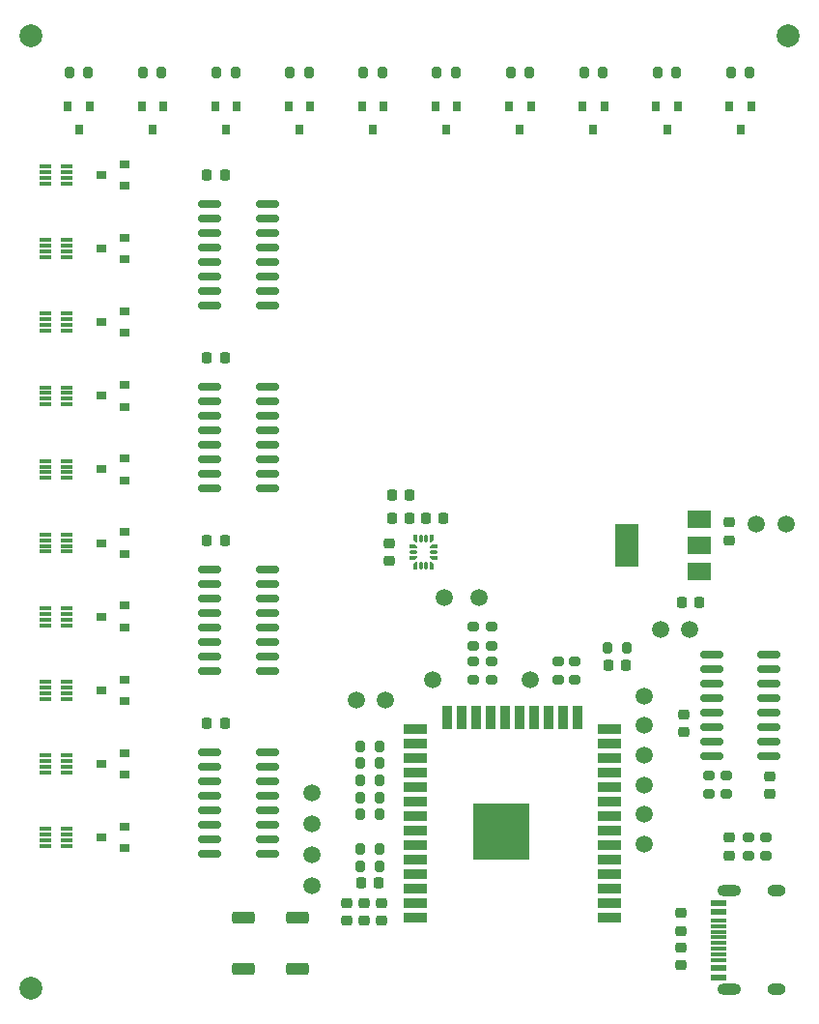
<source format=gbs>
G04 #@! TF.GenerationSoftware,KiCad,Pcbnew,(5.99.0-10847-g28909c1a72)*
G04 #@! TF.CreationDate,2021-06-06T12:58:15+02:00*
G04 #@! TF.ProjectId,LED_array,4c45445f-6172-4726-9179-2e6b69636164,1*
G04 #@! TF.SameCoordinates,Original*
G04 #@! TF.FileFunction,Soldermask,Bot*
G04 #@! TF.FilePolarity,Negative*
%FSLAX46Y46*%
G04 Gerber Fmt 4.6, Leading zero omitted, Abs format (unit mm)*
G04 Created by KiCad (PCBNEW (5.99.0-10847-g28909c1a72)) date 2021-06-06 12:58:15*
%MOMM*%
%LPD*%
G01*
G04 APERTURE LIST*
G04 Aperture macros list*
%AMRoundRect*
0 Rectangle with rounded corners*
0 $1 Rounding radius*
0 $2 $3 $4 $5 $6 $7 $8 $9 X,Y pos of 4 corners*
0 Add a 4 corners polygon primitive as box body*
4,1,4,$2,$3,$4,$5,$6,$7,$8,$9,$2,$3,0*
0 Add four circle primitives for the rounded corners*
1,1,$1+$1,$2,$3*
1,1,$1+$1,$4,$5*
1,1,$1+$1,$6,$7*
1,1,$1+$1,$8,$9*
0 Add four rect primitives between the rounded corners*
20,1,$1+$1,$2,$3,$4,$5,0*
20,1,$1+$1,$4,$5,$6,$7,0*
20,1,$1+$1,$6,$7,$8,$9,0*
20,1,$1+$1,$8,$9,$2,$3,0*%
%AMFreePoly0*
4,1,48,0.247242,0.198282,0.250524,0.198861,0.253410,0.197195,0.263152,0.195477,0.278079,0.182951,0.294953,0.173209,0.297267,0.166850,0.302452,0.162500,0.305836,0.143309,0.312500,0.125000,0.312500,0.081066,0.311691,0.076480,0.312214,0.074529,0.310820,0.071540,0.307977,0.055414,0.297452,0.042871,0.290533,0.028033,0.084467,-0.178033,0.080653,-0.180703,0.079643,-0.182453,
0.076543,-0.183581,0.063130,-0.192973,0.046819,-0.194400,0.031434,-0.200000,-0.237500,-0.200000,-0.247242,-0.198282,-0.250524,-0.198861,-0.253410,-0.197195,-0.263152,-0.195477,-0.278079,-0.182951,-0.294953,-0.173209,-0.297267,-0.166850,-0.302452,-0.162500,-0.305836,-0.143309,-0.312500,-0.125000,-0.312500,0.125000,-0.310782,0.134742,-0.311361,0.138024,-0.309695,0.140910,-0.307977,0.150652,
-0.295451,0.165579,-0.285709,0.182453,-0.279350,0.184767,-0.275000,0.189952,-0.255809,0.193336,-0.237500,0.200000,0.237500,0.200000,0.247242,0.198282,0.247242,0.198282,$1*%
%AMFreePoly1*
4,1,48,0.036020,0.199191,0.037970,0.199714,0.040958,0.198321,0.057086,0.195477,0.069630,0.184951,0.084467,0.178033,0.290533,-0.028033,0.293203,-0.031847,0.294953,-0.032857,0.296081,-0.035957,0.305473,-0.049370,0.306900,-0.065680,0.312500,-0.081066,0.312500,-0.125000,0.310782,-0.134742,0.311361,-0.138024,0.309695,-0.140910,0.307977,-0.150652,0.295451,-0.165579,0.285709,-0.182453,
0.279350,-0.184767,0.275000,-0.189952,0.255809,-0.193336,0.237500,-0.200000,-0.237500,-0.200000,-0.247242,-0.198282,-0.250524,-0.198861,-0.253410,-0.197195,-0.263152,-0.195477,-0.278079,-0.182951,-0.294953,-0.173209,-0.297267,-0.166850,-0.302452,-0.162500,-0.305836,-0.143309,-0.312500,-0.125000,-0.312500,0.125000,-0.310782,0.134742,-0.311361,0.138024,-0.309695,0.140910,-0.307977,0.150652,
-0.295451,0.165579,-0.285709,0.182453,-0.279350,0.184767,-0.275000,0.189952,-0.255809,0.193336,-0.237500,0.200000,0.031434,0.200000,0.036020,0.199191,0.036020,0.199191,$1*%
%AMFreePoly2*
4,1,48,0.134742,0.310782,0.138024,0.311361,0.140910,0.309695,0.150652,0.307977,0.165579,0.295451,0.182453,0.285709,0.184767,0.279350,0.189952,0.275000,0.193336,0.255809,0.200000,0.237500,0.200000,-0.237500,0.198282,-0.247242,0.198861,-0.250524,0.197195,-0.253410,0.195477,-0.263152,0.182951,-0.278079,0.173209,-0.294953,0.166850,-0.297267,0.162500,-0.302452,0.143309,-0.305836,
0.125000,-0.312500,0.081066,-0.312500,0.076480,-0.311691,0.074529,-0.312214,0.071540,-0.310820,0.055414,-0.307977,0.042871,-0.297452,0.028033,-0.290533,-0.178033,-0.084467,-0.180703,-0.080653,-0.182453,-0.079643,-0.183581,-0.076543,-0.192973,-0.063130,-0.194400,-0.046819,-0.200000,-0.031434,-0.200000,0.237500,-0.198282,0.247242,-0.198861,0.250524,-0.197195,0.253410,-0.195477,0.263152,
-0.182951,0.278079,-0.173209,0.294953,-0.166850,0.297267,-0.162500,0.302452,-0.143309,0.305836,-0.125000,0.312500,0.125000,0.312500,0.134742,0.310782,0.134742,0.310782,$1*%
%AMFreePoly3*
4,1,48,0.134742,0.310782,0.138024,0.311361,0.140910,0.309695,0.150652,0.307977,0.165579,0.295451,0.182453,0.285709,0.184767,0.279350,0.189952,0.275000,0.193336,0.255809,0.200000,0.237500,0.200000,-0.031434,0.199191,-0.036020,0.199714,-0.037971,0.198320,-0.040960,0.195477,-0.057086,0.184952,-0.069629,0.178033,-0.084467,-0.028033,-0.290533,-0.031847,-0.293203,-0.032857,-0.294953,
-0.035957,-0.296081,-0.049370,-0.305473,-0.065681,-0.306900,-0.081066,-0.312500,-0.125000,-0.312500,-0.134742,-0.310782,-0.138024,-0.311361,-0.140910,-0.309695,-0.150652,-0.307977,-0.165579,-0.295451,-0.182453,-0.285709,-0.184767,-0.279350,-0.189952,-0.275000,-0.193336,-0.255809,-0.200000,-0.237500,-0.200000,0.237500,-0.198282,0.247242,-0.198861,0.250524,-0.197195,0.253410,-0.195477,0.263152,
-0.182951,0.278079,-0.173209,0.294953,-0.166850,0.297267,-0.162500,0.302452,-0.143309,0.305836,-0.125000,0.312500,0.125000,0.312500,0.134742,0.310782,0.134742,0.310782,$1*%
%AMFreePoly4*
4,1,48,0.247242,0.198282,0.250524,0.198861,0.253410,0.197195,0.263152,0.195477,0.278079,0.182951,0.294953,0.173209,0.297267,0.166850,0.302452,0.162500,0.305836,0.143309,0.312500,0.125000,0.312500,-0.125000,0.310782,-0.134742,0.311361,-0.138024,0.309695,-0.140910,0.307977,-0.150652,0.295451,-0.165579,0.285709,-0.182453,0.279350,-0.184767,0.275000,-0.189952,0.255809,-0.193336,
0.237500,-0.200000,-0.237500,-0.200000,-0.247242,-0.198282,-0.250524,-0.198861,-0.253410,-0.197195,-0.263152,-0.195477,-0.278079,-0.182951,-0.294953,-0.173209,-0.297267,-0.166850,-0.302452,-0.162500,-0.305836,-0.143309,-0.312500,-0.125000,-0.312500,-0.081066,-0.311691,-0.076480,-0.312214,-0.074530,-0.310821,-0.071542,-0.307977,-0.055414,-0.297451,-0.042870,-0.290533,-0.028033,-0.084467,0.178033,
-0.080653,0.180703,-0.079643,0.182453,-0.076543,0.183581,-0.063130,0.192973,-0.046820,0.194400,-0.031434,0.200000,0.237500,0.200000,0.247242,0.198282,0.247242,0.198282,$1*%
%AMFreePoly5*
4,1,48,0.247242,0.198282,0.250524,0.198861,0.253410,0.197195,0.263152,0.195477,0.278079,0.182951,0.294953,0.173209,0.297267,0.166850,0.302452,0.162500,0.305836,0.143309,0.312500,0.125000,0.312500,-0.125000,0.310782,-0.134742,0.311361,-0.138024,0.309695,-0.140910,0.307977,-0.150652,0.295451,-0.165579,0.285709,-0.182453,0.279350,-0.184767,0.275000,-0.189952,0.255809,-0.193336,
0.237500,-0.200000,-0.031434,-0.200000,-0.036020,-0.199191,-0.037971,-0.199714,-0.040960,-0.198320,-0.057086,-0.195477,-0.069629,-0.184952,-0.084467,-0.178033,-0.290533,0.028033,-0.293203,0.031847,-0.294953,0.032857,-0.296081,0.035957,-0.305473,0.049370,-0.306900,0.065681,-0.312500,0.081066,-0.312500,0.125000,-0.310782,0.134742,-0.311361,0.138024,-0.309695,0.140910,-0.307977,0.150652,
-0.295451,0.165579,-0.285709,0.182453,-0.279350,0.184767,-0.275000,0.189952,-0.255809,0.193336,-0.237500,0.200000,0.237500,0.200000,0.247242,0.198282,0.247242,0.198282,$1*%
%AMFreePoly6*
4,1,48,-0.076480,0.311691,-0.074530,0.312214,-0.071542,0.310821,-0.055414,0.307977,-0.042870,0.297451,-0.028033,0.290533,0.178033,0.084467,0.180703,0.080653,0.182453,0.079643,0.183581,0.076543,0.192973,0.063130,0.194400,0.046820,0.200000,0.031434,0.200000,-0.237500,0.198282,-0.247242,0.198861,-0.250524,0.197195,-0.253410,0.195477,-0.263152,0.182951,-0.278079,0.173209,-0.294953,
0.166850,-0.297267,0.162500,-0.302452,0.143309,-0.305836,0.125000,-0.312500,-0.125000,-0.312500,-0.134742,-0.310782,-0.138024,-0.311361,-0.140910,-0.309695,-0.150652,-0.307977,-0.165579,-0.295451,-0.182453,-0.285709,-0.184767,-0.279350,-0.189952,-0.275000,-0.193336,-0.255809,-0.200000,-0.237500,-0.200000,0.237500,-0.198282,0.247242,-0.198861,0.250524,-0.197195,0.253410,-0.195477,0.263152,
-0.182951,0.278079,-0.173209,0.294953,-0.166850,0.297267,-0.162500,0.302452,-0.143309,0.305836,-0.125000,0.312500,-0.081066,0.312500,-0.076480,0.311691,-0.076480,0.311691,$1*%
%AMFreePoly7*
4,1,48,0.134742,0.310782,0.138024,0.311361,0.140910,0.309695,0.150652,0.307977,0.165579,0.295451,0.182453,0.285709,0.184767,0.279350,0.189952,0.275000,0.193336,0.255809,0.200000,0.237500,0.200000,-0.237500,0.198282,-0.247242,0.198861,-0.250524,0.197195,-0.253410,0.195477,-0.263152,0.182951,-0.278079,0.173209,-0.294953,0.166850,-0.297267,0.162500,-0.302452,0.143309,-0.305836,
0.125000,-0.312500,-0.125000,-0.312500,-0.134742,-0.310782,-0.138024,-0.311361,-0.140910,-0.309695,-0.150652,-0.307977,-0.165579,-0.295451,-0.182453,-0.285709,-0.184767,-0.279350,-0.189952,-0.275000,-0.193336,-0.255809,-0.200000,-0.237500,-0.200000,0.031434,-0.199191,0.036020,-0.199714,0.037970,-0.198321,0.040958,-0.195477,0.057086,-0.184951,0.069630,-0.178033,0.084467,0.028033,0.290533,
0.031847,0.293203,0.032857,0.294953,0.035957,0.296081,0.049370,0.305473,0.065680,0.306900,0.081066,0.312500,0.125000,0.312500,0.134742,0.310782,0.134742,0.310782,$1*%
G04 Aperture macros list end*
%ADD10C,1.500000*%
%ADD11RoundRect,0.200000X0.200000X0.275000X-0.200000X0.275000X-0.200000X-0.275000X0.200000X-0.275000X0*%
%ADD12RoundRect,0.200000X0.275000X-0.200000X0.275000X0.200000X-0.275000X0.200000X-0.275000X-0.200000X0*%
%ADD13R,1.000000X0.300000*%
%ADD14RoundRect,0.225000X0.225000X0.250000X-0.225000X0.250000X-0.225000X-0.250000X0.225000X-0.250000X0*%
%ADD15RoundRect,0.150000X0.850000X0.150000X-0.850000X0.150000X-0.850000X-0.150000X0.850000X-0.150000X0*%
%ADD16FreePoly0,90.000000*%
%ADD17RoundRect,0.100000X0.100000X-0.212500X0.100000X0.212500X-0.100000X0.212500X-0.100000X-0.212500X0*%
%ADD18FreePoly1,90.000000*%
%ADD19FreePoly2,90.000000*%
%ADD20RoundRect,0.100000X0.212500X-0.100000X0.212500X0.100000X-0.212500X0.100000X-0.212500X-0.100000X0*%
%ADD21FreePoly3,90.000000*%
%ADD22FreePoly4,90.000000*%
%ADD23FreePoly5,90.000000*%
%ADD24FreePoly6,90.000000*%
%ADD25FreePoly7,90.000000*%
%ADD26RoundRect,0.200000X-0.275000X0.200000X-0.275000X-0.200000X0.275000X-0.200000X0.275000X0.200000X0*%
%ADD27R,0.900000X0.800000*%
%ADD28RoundRect,0.225000X-0.250000X0.225000X-0.250000X-0.225000X0.250000X-0.225000X0.250000X0.225000X0*%
%ADD29RoundRect,0.225000X0.250000X-0.225000X0.250000X0.225000X-0.250000X0.225000X-0.250000X-0.225000X0*%
%ADD30RoundRect,0.225000X-0.225000X-0.250000X0.225000X-0.250000X0.225000X0.250000X-0.225000X0.250000X0*%
%ADD31R,0.800000X0.900000*%
%ADD32RoundRect,0.218750X0.256250X-0.218750X0.256250X0.218750X-0.256250X0.218750X-0.256250X-0.218750X0*%
%ADD33RoundRect,0.262500X0.737500X-0.262500X0.737500X0.262500X-0.737500X0.262500X-0.737500X-0.262500X0*%
%ADD34RoundRect,0.150000X-0.825000X-0.150000X0.825000X-0.150000X0.825000X0.150000X-0.825000X0.150000X0*%
%ADD35C,2.000000*%
%ADD36RoundRect,0.200000X-0.200000X-0.275000X0.200000X-0.275000X0.200000X0.275000X-0.200000X0.275000X0*%
%ADD37R,1.450000X0.600000*%
%ADD38R,1.450000X0.300000*%
%ADD39O,1.600000X1.000000*%
%ADD40O,2.100000X1.000000*%
%ADD41R,2.000000X3.800000*%
%ADD42R,2.000000X1.500000*%
%ADD43R,5.000000X5.000000*%
%ADD44R,2.000000X0.900000*%
%ADD45R,0.900000X2.000000*%
G04 APERTURE END LIST*
D10*
X155600000Y-114600000D03*
D11*
X113269444Y-47000000D03*
X111619444Y-47000000D03*
D12*
X149500000Y-100225000D03*
X149500000Y-98575000D03*
D10*
X155600000Y-101600000D03*
X155600000Y-112000000D03*
D13*
X104900000Y-68138888D03*
X104900000Y-68638888D03*
X104900000Y-69138888D03*
X104900000Y-69638888D03*
X103100000Y-69638888D03*
X103100000Y-69138888D03*
X103100000Y-68638888D03*
X103100000Y-68138888D03*
D14*
X134987500Y-84037500D03*
X133437500Y-84037500D03*
D11*
X119713888Y-47000000D03*
X118063888Y-47000000D03*
D12*
X140600000Y-100200000D03*
X140600000Y-98550000D03*
D15*
X122500000Y-106555000D03*
X122500000Y-107825000D03*
X122500000Y-109095000D03*
X122500000Y-110365000D03*
X122500000Y-111635000D03*
X122500000Y-112905000D03*
X122500000Y-114175000D03*
X122500000Y-115445000D03*
X117500000Y-115445000D03*
X117500000Y-114175000D03*
X117500000Y-112905000D03*
X117500000Y-111635000D03*
X117500000Y-110365000D03*
X117500000Y-109095000D03*
X117500000Y-107825000D03*
X117500000Y-106555000D03*
D16*
X136962500Y-90200000D03*
D17*
X136462500Y-90200000D03*
X135962500Y-90200000D03*
D18*
X135462500Y-90200000D03*
D19*
X135300000Y-89537500D03*
D20*
X135300000Y-89037500D03*
D21*
X135300000Y-88537500D03*
D22*
X135462500Y-87875000D03*
D17*
X135962500Y-87875000D03*
X136462500Y-87875000D03*
D23*
X136962500Y-87875000D03*
D24*
X137125000Y-88537500D03*
D20*
X137125000Y-89037500D03*
D25*
X137125000Y-89537500D03*
D13*
X104900000Y-113250000D03*
X104900000Y-113750000D03*
X104900000Y-114250000D03*
X104900000Y-114750000D03*
X103100000Y-114750000D03*
X103100000Y-114250000D03*
X103100000Y-113750000D03*
X103100000Y-113250000D03*
D26*
X162800000Y-108575000D03*
X162800000Y-110225000D03*
D10*
X165400000Y-86600000D03*
D14*
X160375000Y-93400000D03*
X158825000Y-93400000D03*
D11*
X132602776Y-47000000D03*
X130952776Y-47000000D03*
D27*
X110000000Y-55050000D03*
X110000000Y-56950000D03*
X108000000Y-56000000D03*
D28*
X131000000Y-119725000D03*
X131000000Y-121275000D03*
D29*
X163000000Y-87975000D03*
X163000000Y-86425000D03*
D30*
X152425000Y-98900000D03*
X153975000Y-98900000D03*
D11*
X139047220Y-47000000D03*
X137397220Y-47000000D03*
D31*
X143716664Y-50000000D03*
X145616664Y-50000000D03*
X144666664Y-52000000D03*
D13*
X104900000Y-55250000D03*
X104900000Y-55750000D03*
X104900000Y-56250000D03*
X104900000Y-56750000D03*
X103100000Y-56750000D03*
X103100000Y-56250000D03*
X103100000Y-55750000D03*
X103100000Y-55250000D03*
D30*
X136437500Y-86037500D03*
X137987500Y-86037500D03*
D15*
X122500000Y-58555000D03*
X122500000Y-59825000D03*
X122500000Y-61095000D03*
X122500000Y-62365000D03*
X122500000Y-63635000D03*
X122500000Y-64905000D03*
X122500000Y-66175000D03*
X122500000Y-67445000D03*
X117500000Y-67445000D03*
X117500000Y-66175000D03*
X117500000Y-64905000D03*
X117500000Y-63635000D03*
X117500000Y-62365000D03*
X117500000Y-61095000D03*
X117500000Y-59825000D03*
X117500000Y-58555000D03*
D12*
X166200000Y-115625000D03*
X166200000Y-113975000D03*
D27*
X110000000Y-61494444D03*
X110000000Y-63394444D03*
X108000000Y-62444444D03*
D11*
X126158332Y-47000000D03*
X124508332Y-47000000D03*
D31*
X117938888Y-50000000D03*
X119838888Y-50000000D03*
X118888888Y-52000000D03*
D13*
X104900000Y-100361108D03*
X104900000Y-100861108D03*
X104900000Y-101361108D03*
X104900000Y-101861108D03*
X103100000Y-101861108D03*
X103100000Y-101361108D03*
X103100000Y-100861108D03*
X103100000Y-100361108D03*
D11*
X132325000Y-112000000D03*
X130675000Y-112000000D03*
X154025000Y-97400000D03*
X152375000Y-97400000D03*
D31*
X124383332Y-50000000D03*
X126283332Y-50000000D03*
X125333332Y-52000000D03*
D28*
X158775000Y-120625000D03*
X158775000Y-122175000D03*
D31*
X163050000Y-50000000D03*
X164950000Y-50000000D03*
X164000000Y-52000000D03*
D26*
X161200000Y-108575000D03*
X161200000Y-110225000D03*
D32*
X163000000Y-115587500D03*
X163000000Y-114012500D03*
D13*
X104900000Y-74583332D03*
X104900000Y-75083332D03*
X104900000Y-75583332D03*
X104900000Y-76083332D03*
X103100000Y-76083332D03*
X103100000Y-75583332D03*
X103100000Y-75083332D03*
X103100000Y-74583332D03*
D10*
X130300000Y-102000000D03*
X141100000Y-93000000D03*
D11*
X158380552Y-47000000D03*
X156730552Y-47000000D03*
D13*
X104900000Y-61694444D03*
X104900000Y-62194444D03*
X104900000Y-62694444D03*
X104900000Y-63194444D03*
X103100000Y-63194444D03*
X103100000Y-62694444D03*
X103100000Y-62194444D03*
X103100000Y-61694444D03*
D11*
X145491664Y-47000000D03*
X143841664Y-47000000D03*
D31*
X150161108Y-50000000D03*
X152061108Y-50000000D03*
X151111108Y-52000000D03*
D27*
X110000000Y-87272220D03*
X110000000Y-89172220D03*
X108000000Y-88222220D03*
D33*
X120387500Y-125475000D03*
X120387500Y-121025000D03*
D10*
X126400000Y-112800000D03*
D34*
X161525000Y-106845000D03*
X161525000Y-105575000D03*
X161525000Y-104305000D03*
X161525000Y-103035000D03*
X161525000Y-101765000D03*
X161525000Y-100495000D03*
X161525000Y-99225000D03*
X161525000Y-97955000D03*
X166475000Y-97955000D03*
X166475000Y-99225000D03*
X166475000Y-100495000D03*
X166475000Y-101765000D03*
X166475000Y-103035000D03*
X166475000Y-104305000D03*
X166475000Y-105575000D03*
X166475000Y-106845000D03*
D28*
X132500000Y-119725000D03*
X132500000Y-121275000D03*
D31*
X105050000Y-50000000D03*
X106950000Y-50000000D03*
X106000000Y-52000000D03*
D10*
X132900000Y-102000000D03*
X138000000Y-93000000D03*
D30*
X117225000Y-88000000D03*
X118775000Y-88000000D03*
D14*
X132275000Y-118000000D03*
X130725000Y-118000000D03*
D11*
X132325000Y-107500000D03*
X130675000Y-107500000D03*
D10*
X157000000Y-95800000D03*
D12*
X164700000Y-115625000D03*
X164700000Y-113975000D03*
D10*
X168000000Y-86600000D03*
D11*
X132325000Y-115000000D03*
X130675000Y-115000000D03*
D33*
X125137500Y-125475000D03*
X125137500Y-121025000D03*
D26*
X142200000Y-95550000D03*
X142200000Y-97200000D03*
D31*
X137272220Y-50000000D03*
X139172220Y-50000000D03*
X138222220Y-52000000D03*
D11*
X164825000Y-47000000D03*
X163175000Y-47000000D03*
D13*
X104900000Y-93916664D03*
X104900000Y-94416664D03*
X104900000Y-94916664D03*
X104900000Y-95416664D03*
X103100000Y-95416664D03*
X103100000Y-94916664D03*
X103100000Y-94416664D03*
X103100000Y-93916664D03*
D31*
X130827776Y-50000000D03*
X132727776Y-50000000D03*
X131777776Y-52000000D03*
D29*
X158775000Y-125175000D03*
X158775000Y-123625000D03*
D12*
X142200000Y-100200000D03*
X142200000Y-98550000D03*
X148000000Y-100225000D03*
X148000000Y-98575000D03*
D35*
X101800000Y-127200000D03*
D28*
X166600000Y-108625000D03*
X166600000Y-110175000D03*
D10*
X155600000Y-106800000D03*
D30*
X117225000Y-104000000D03*
X118775000Y-104000000D03*
D27*
X110000000Y-113050000D03*
X110000000Y-114950000D03*
X108000000Y-114000000D03*
D11*
X132325000Y-106000000D03*
X130675000Y-106000000D03*
D15*
X122500000Y-90555000D03*
X122500000Y-91825000D03*
X122500000Y-93095000D03*
X122500000Y-94365000D03*
X122500000Y-95635000D03*
X122500000Y-96905000D03*
X122500000Y-98175000D03*
X122500000Y-99445000D03*
X117500000Y-99445000D03*
X117500000Y-98175000D03*
X117500000Y-96905000D03*
X117500000Y-95635000D03*
X117500000Y-94365000D03*
X117500000Y-93095000D03*
X117500000Y-91825000D03*
X117500000Y-90555000D03*
D10*
X137000000Y-100200000D03*
D36*
X130675000Y-116500000D03*
X132325000Y-116500000D03*
D31*
X156605552Y-50000000D03*
X158505552Y-50000000D03*
X157555552Y-52000000D03*
D10*
X155600000Y-104200000D03*
D13*
X104900000Y-106805552D03*
X104900000Y-107305552D03*
X104900000Y-107805552D03*
X104900000Y-108305552D03*
X103100000Y-108305552D03*
X103100000Y-107805552D03*
X103100000Y-107305552D03*
X103100000Y-106805552D03*
D26*
X140600000Y-95550000D03*
X140600000Y-97200000D03*
D30*
X117225000Y-56000000D03*
X118775000Y-56000000D03*
D10*
X126400000Y-110100000D03*
D35*
X168200000Y-43800000D03*
D29*
X133212500Y-89812500D03*
X133212500Y-88262500D03*
D14*
X134987500Y-86037500D03*
X133437500Y-86037500D03*
D27*
X110000000Y-74383332D03*
X110000000Y-76283332D03*
X108000000Y-75333332D03*
D15*
X122500000Y-74555000D03*
X122500000Y-75825000D03*
X122500000Y-77095000D03*
X122500000Y-78365000D03*
X122500000Y-79635000D03*
X122500000Y-80905000D03*
X122500000Y-82175000D03*
X122500000Y-83445000D03*
X117500000Y-83445000D03*
X117500000Y-82175000D03*
X117500000Y-80905000D03*
X117500000Y-79635000D03*
X117500000Y-78365000D03*
X117500000Y-77095000D03*
X117500000Y-75825000D03*
X117500000Y-74555000D03*
D11*
X132325000Y-109000000D03*
X130675000Y-109000000D03*
D27*
X110000000Y-80827776D03*
X110000000Y-82727776D03*
X108000000Y-81777776D03*
D13*
X104900000Y-81027776D03*
X104900000Y-81527776D03*
X104900000Y-82027776D03*
X104900000Y-82527776D03*
X103100000Y-82527776D03*
X103100000Y-82027776D03*
X103100000Y-81527776D03*
X103100000Y-81027776D03*
D28*
X159000000Y-103225000D03*
X159000000Y-104775000D03*
D11*
X151936108Y-47000000D03*
X150286108Y-47000000D03*
D35*
X101800000Y-43800000D03*
D37*
X162105000Y-120550000D03*
X162105000Y-119750000D03*
D38*
X162105000Y-121750000D03*
X162105000Y-122750000D03*
X162105000Y-123250000D03*
X162105000Y-124250000D03*
D37*
X162105000Y-125450000D03*
X162105000Y-126250000D03*
D38*
X162105000Y-124750000D03*
X162105000Y-123750000D03*
X162105000Y-122250000D03*
X162105000Y-121250000D03*
D39*
X167200000Y-118680000D03*
D40*
X163020000Y-118680000D03*
X163020000Y-127320000D03*
D39*
X167200000Y-127320000D03*
D27*
X110000000Y-67938888D03*
X110000000Y-69838888D03*
X108000000Y-68888888D03*
D10*
X126400000Y-118200000D03*
D30*
X117225000Y-72000000D03*
X118775000Y-72000000D03*
D11*
X132325000Y-110500000D03*
X130675000Y-110500000D03*
X106825000Y-47000000D03*
X105175000Y-47000000D03*
D27*
X110000000Y-93716664D03*
X110000000Y-95616664D03*
X108000000Y-94666664D03*
D10*
X155600000Y-109400000D03*
D28*
X129500000Y-119725000D03*
X129500000Y-121275000D03*
D27*
X110000000Y-106605552D03*
X110000000Y-108505552D03*
X108000000Y-107555552D03*
D10*
X145600000Y-100200000D03*
D41*
X154050000Y-88400000D03*
D42*
X160350000Y-88400000D03*
X160350000Y-90700000D03*
X160350000Y-86100000D03*
D27*
X110000000Y-100161108D03*
X110000000Y-102061108D03*
X108000000Y-101111108D03*
D43*
X143000000Y-113505000D03*
D44*
X135500000Y-121005000D03*
X135500000Y-119735000D03*
X135500000Y-118465000D03*
X135500000Y-117195000D03*
X135500000Y-115925000D03*
X135500000Y-114655000D03*
X135500000Y-113385000D03*
X135500000Y-112115000D03*
X135500000Y-110845000D03*
X135500000Y-109575000D03*
X135500000Y-108305000D03*
X135500000Y-107035000D03*
X135500000Y-105765000D03*
X135500000Y-104495000D03*
D45*
X138285000Y-103495000D03*
X139555000Y-103495000D03*
X140825000Y-103495000D03*
X142095000Y-103495000D03*
X143365000Y-103495000D03*
X144635000Y-103495000D03*
X145905000Y-103495000D03*
X147175000Y-103495000D03*
X148445000Y-103495000D03*
X149715000Y-103495000D03*
D44*
X152500000Y-104495000D03*
X152500000Y-105765000D03*
X152500000Y-107035000D03*
X152500000Y-108305000D03*
X152500000Y-109575000D03*
X152500000Y-110845000D03*
X152500000Y-112115000D03*
X152500000Y-113385000D03*
X152500000Y-114655000D03*
X152500000Y-115925000D03*
X152500000Y-117195000D03*
X152500000Y-118465000D03*
X152500000Y-119735000D03*
X152500000Y-121005000D03*
D13*
X104900000Y-87472220D03*
X104900000Y-87972220D03*
X104900000Y-88472220D03*
X104900000Y-88972220D03*
X103100000Y-88972220D03*
X103100000Y-88472220D03*
X103100000Y-87972220D03*
X103100000Y-87472220D03*
D10*
X126400000Y-115500000D03*
X159500000Y-95800000D03*
D31*
X111494444Y-50000000D03*
X113394444Y-50000000D03*
X112444444Y-52000000D03*
M02*

</source>
